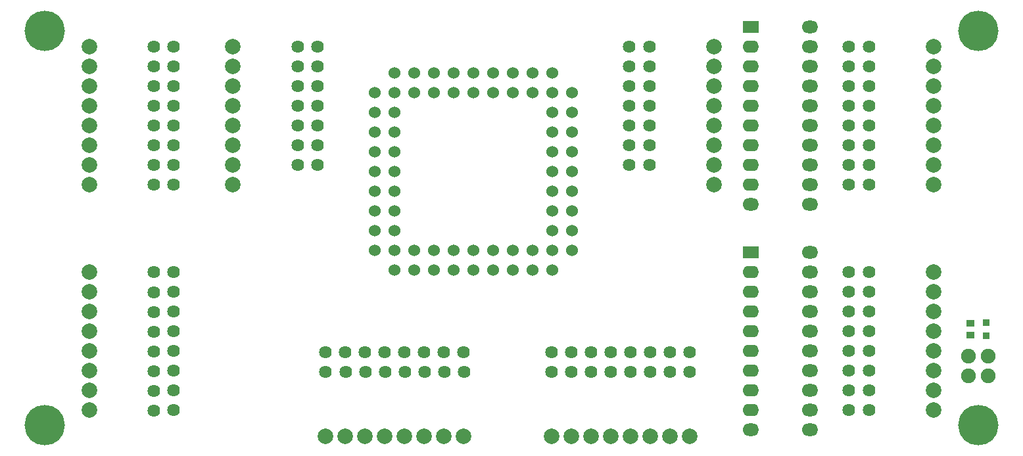
<source format=gts>
G04 Layer: TopSolderMaskLayer*
G04 Panelize: , Column: 2, Row: 2, Board Size: 127.89mm x 58.42mm, Panelized Board Size: 257.78mm x 118.84mm*
G04 EasyEDA v6.5.34, 2023-09-01 23:34:49*
G04 d2f9a346f3944a8da2a00f25f54837ea,5a6b42c53f6a479593ecc07194224c93,10*
G04 Gerber Generator version 0.2*
G04 Scale: 100 percent, Rotated: No, Reflected: No *
G04 Dimensions in millimeters *
G04 leading zeros omitted , absolute positions ,4 integer and 5 decimal *
%FSLAX45Y45*%
%MOMM*%

%AMMACRO1*1,1,$1,$2,$3*1,1,$1,$4,$5*1,1,$1,0-$2,0-$3*1,1,$1,0-$4,0-$5*20,1,$1,$2,$3,$4,$5,0*20,1,$1,$4,$5,0-$2,0-$3,0*20,1,$1,0-$2,0-$3,0-$4,0-$5,0*20,1,$1,0-$4,0-$5,$2,$3,0*4,1,4,$2,$3,$4,$5,0-$2,0-$3,0-$4,0-$5,$2,$3,0*%
%ADD10MACRO1,0.1016X0.432X-0.4032X-0.432X-0.4032*%
%ADD11MACRO1,0.1016X0.432X0.4032X-0.432X0.4032*%
%ADD12MACRO1,0.1016X-0.4X0.4X0.4X0.4*%
%ADD13O,2.1015960000000002X1.6015970000000002*%
%ADD14MACRO1,0.1016X-1X0.75X1X0.75*%
%ADD15O,2.1015960000000002X1.6256000000000002*%
%ADD16C,1.5240*%
%ADD17C,5.2032*%
%ADD18C,1.6256*%
%ADD19C,2.0016*%
%ADD20C,1.9016*%
%ADD21C,0.0114*%

%LPD*%
D10*
G01*
X12306274Y1688222D03*
D11*
G01*
X12306274Y1537572D03*
D12*
G01*
X12509474Y1527807D03*
G01*
X12509474Y1697987D03*
D13*
G01*
X9474174Y3479800D03*
G01*
X9474174Y3733800D03*
G01*
X9474174Y3987800D03*
G01*
X9474174Y4241800D03*
G01*
X9474174Y4495800D03*
G01*
X9474174Y4749800D03*
G01*
X9474174Y5003800D03*
G01*
X9474174Y5257800D03*
D14*
G01*
X9474179Y5511792D03*
D15*
G01*
X9474174Y3225800D03*
G01*
X10236174Y3225800D03*
G01*
X10236174Y3479800D03*
G01*
X10236174Y3733800D03*
G01*
X10236174Y3987800D03*
G01*
X10236174Y4241800D03*
G01*
X10236174Y4495800D03*
G01*
X10236174Y4749800D03*
G01*
X10236174Y5003800D03*
G01*
X10236174Y5257800D03*
G01*
X10236174Y5511800D03*
D13*
G01*
X9474174Y571500D03*
G01*
X9474174Y825500D03*
G01*
X9474174Y1079500D03*
G01*
X9474174Y1333500D03*
G01*
X9474174Y1587500D03*
G01*
X9474174Y1841500D03*
G01*
X9474174Y2095500D03*
G01*
X9474174Y2349500D03*
D14*
G01*
X9474179Y2603497D03*
D15*
G01*
X9474174Y317500D03*
G01*
X10236174Y317500D03*
G01*
X10236174Y571500D03*
G01*
X10236174Y825500D03*
G01*
X10236174Y1079500D03*
G01*
X10236174Y1333500D03*
G01*
X10236174Y1587500D03*
G01*
X10236174Y1841500D03*
G01*
X10236174Y2095500D03*
G01*
X10236174Y2349500D03*
G01*
X10236174Y2603500D03*
D16*
G01*
X4889500Y2374900D03*
G01*
X5143500Y2374900D03*
G01*
X5397500Y2374900D03*
G01*
X5651500Y2374900D03*
G01*
X5905500Y2374900D03*
G01*
X6159500Y2374900D03*
G01*
X6413500Y2374900D03*
G01*
X6667500Y2374900D03*
G01*
X6921500Y2374900D03*
G01*
X4635500Y2628900D03*
G01*
X4635500Y2882900D03*
G01*
X4635500Y3136900D03*
G01*
X4635500Y3390900D03*
G01*
X4635500Y3644900D03*
G01*
X4635500Y3898900D03*
G01*
X4635500Y4152900D03*
G01*
X4635500Y4406900D03*
G01*
X4635500Y4660900D03*
G01*
X4889500Y4914900D03*
G01*
X5143500Y4914900D03*
G01*
X5397500Y4914900D03*
G01*
X5651500Y4914900D03*
G01*
X5905500Y4914900D03*
G01*
X6159500Y4914900D03*
G01*
X6413500Y4914900D03*
G01*
X6667500Y4914900D03*
G01*
X6921500Y4914900D03*
G01*
X7175500Y4660900D03*
G01*
X7175500Y4406900D03*
G01*
X7175500Y4152900D03*
G01*
X7175500Y3898900D03*
G01*
X7175500Y3644900D03*
G01*
X7175500Y3390900D03*
G01*
X7175500Y3136900D03*
G01*
X7175500Y2882900D03*
G01*
X7175500Y2628900D03*
G01*
X4889500Y4660900D03*
G01*
X5143500Y4660900D03*
G01*
X5397500Y4660900D03*
G01*
X5651500Y4660900D03*
G01*
X5905500Y4660900D03*
G01*
X6159500Y4660900D03*
G01*
X6413500Y4660900D03*
G01*
X6667500Y4660900D03*
G01*
X6921500Y4660900D03*
G01*
X4889500Y4406900D03*
G01*
X4889500Y4152900D03*
G01*
X4889500Y3898900D03*
G01*
X4889500Y3644900D03*
G01*
X4889500Y3390900D03*
G01*
X4889500Y3136900D03*
G01*
X4889500Y2882900D03*
G01*
X4889500Y2628900D03*
G01*
X5143500Y2628900D03*
G01*
X5397500Y2628900D03*
G01*
X5651500Y2628900D03*
G01*
X5905500Y2628900D03*
G01*
X6159500Y2628900D03*
G01*
X6413500Y2628900D03*
G01*
X6667500Y2628900D03*
G01*
X6921500Y2628900D03*
G01*
X6921500Y2882900D03*
G01*
X6921500Y3136900D03*
G01*
X6921500Y3390900D03*
G01*
X6921500Y3644900D03*
G01*
X6921500Y3898900D03*
G01*
X6921500Y4152900D03*
G01*
X6921500Y4406900D03*
D17*
G01*
X381000Y5461000D03*
D18*
G01*
X2044674Y5255920D03*
G01*
X2044674Y4493920D03*
G01*
X1790674Y4491126D03*
G01*
X2044674Y4747920D03*
G01*
X1790674Y4745126D03*
G01*
X1790674Y3475126D03*
G01*
X2044674Y3477920D03*
G01*
X2044674Y3985920D03*
G01*
X1790674Y3983126D03*
G01*
X2044674Y4239920D03*
G01*
X1790674Y4237126D03*
G01*
X1790674Y4999126D03*
G01*
X2044674Y5001920D03*
G01*
X1790674Y3729126D03*
G01*
X2044674Y3731920D03*
G01*
X1787880Y5255920D03*
G01*
X1787905Y2347620D03*
G01*
X2044700Y823620D03*
G01*
X1790700Y820826D03*
G01*
X2044700Y2093620D03*
G01*
X1790700Y2090826D03*
G01*
X1790700Y1328826D03*
G01*
X2044700Y1331620D03*
G01*
X1790700Y1074826D03*
G01*
X2044700Y1077620D03*
G01*
X2044700Y569620D03*
G01*
X1790700Y566826D03*
G01*
X1790700Y1836826D03*
G01*
X2044700Y1839620D03*
G01*
X1790700Y1582826D03*
G01*
X2044700Y1585620D03*
G01*
X2044700Y2347620D03*
D19*
G01*
X956081Y3477920D03*
G01*
X956081Y3731920D03*
G01*
X956081Y3985920D03*
G01*
X956081Y4239920D03*
G01*
X956081Y4493920D03*
G01*
X956081Y4747920D03*
G01*
X956081Y5001920D03*
G01*
X956081Y5255920D03*
G01*
X956106Y2347620D03*
G01*
X956106Y2093620D03*
G01*
X956106Y1839620D03*
G01*
X956106Y1585620D03*
G01*
X956106Y1331620D03*
G01*
X956106Y1077620D03*
G01*
X956106Y823620D03*
G01*
X956106Y569620D03*
D18*
G01*
X10741431Y2347595D03*
G01*
X10998250Y2347595D03*
G01*
X10998250Y2093595D03*
G01*
X10741431Y2093595D03*
G01*
X10741431Y1839595D03*
G01*
X10998250Y1839595D03*
G01*
X10998250Y1585595D03*
G01*
X10741431Y1585595D03*
G01*
X10998250Y1331595D03*
G01*
X10741431Y1331595D03*
G01*
X10998250Y1077595D03*
G01*
X10741431Y1077595D03*
G01*
X10998250Y823595D03*
G01*
X10741431Y823595D03*
G01*
X10998250Y569595D03*
G01*
X10741431Y569595D03*
G01*
X10741406Y3477895D03*
G01*
X10998225Y3477895D03*
G01*
X10741406Y3731895D03*
G01*
X10998225Y3731895D03*
G01*
X10741406Y3985895D03*
G01*
X10998225Y3985895D03*
G01*
X10741406Y4239895D03*
G01*
X10998225Y4239895D03*
G01*
X10741406Y4493895D03*
G01*
X10998225Y4493895D03*
G01*
X10998225Y4747895D03*
G01*
X10741406Y4747895D03*
G01*
X10741406Y5001895D03*
G01*
X10998225Y5001895D03*
G01*
X10998225Y5255895D03*
G01*
X10741406Y5255895D03*
D19*
G01*
X11829999Y5255895D03*
G01*
X11829999Y5001895D03*
G01*
X11829999Y4747895D03*
G01*
X11829999Y4493895D03*
G01*
X11829999Y4239895D03*
G01*
X11829999Y3985895D03*
G01*
X11829999Y3731895D03*
G01*
X11829999Y3477895D03*
G01*
X11830024Y569595D03*
G01*
X11830024Y823595D03*
G01*
X11830024Y1077595D03*
G01*
X11830024Y1331595D03*
G01*
X11830024Y1585595D03*
G01*
X11830024Y1839595D03*
G01*
X11830024Y2093595D03*
G01*
X11830024Y2347595D03*
D17*
G01*
X12405106Y5461000D03*
G01*
X12405106Y381000D03*
G01*
X381000Y381000D03*
D20*
G01*
X12532106Y1016000D03*
G01*
X12278106Y1016000D03*
G01*
X12278106Y1270000D03*
G01*
X12532106Y1270000D03*
D19*
G01*
X8686800Y232232D03*
G01*
X8432800Y232232D03*
G01*
X8178800Y232232D03*
G01*
X7924800Y232232D03*
G01*
X7670800Y232232D03*
G01*
X7416800Y232232D03*
G01*
X7162800Y232232D03*
G01*
X6908800Y232232D03*
G01*
X4000500Y232206D03*
G01*
X4254500Y232206D03*
G01*
X4508500Y232206D03*
G01*
X4762500Y232206D03*
G01*
X5016500Y232206D03*
G01*
X5270500Y232206D03*
G01*
X5524500Y232206D03*
G01*
X5778500Y232206D03*
D18*
G01*
X6908800Y1320825D03*
G01*
X7670800Y1320825D03*
G01*
X7673593Y1066825D03*
G01*
X7416800Y1320825D03*
G01*
X7419593Y1066825D03*
G01*
X8689593Y1066825D03*
G01*
X8686800Y1320825D03*
G01*
X8178800Y1320825D03*
G01*
X8181593Y1066825D03*
G01*
X7924800Y1320825D03*
G01*
X7927593Y1066825D03*
G01*
X7165593Y1066825D03*
G01*
X7162800Y1320825D03*
G01*
X8435593Y1066825D03*
G01*
X8432800Y1320825D03*
G01*
X6908800Y1064031D03*
G01*
X4000500Y1064005D03*
G01*
X5524500Y1320800D03*
G01*
X5527293Y1066800D03*
G01*
X4254500Y1320800D03*
G01*
X4257293Y1066800D03*
G01*
X5019293Y1066800D03*
G01*
X5016500Y1320800D03*
G01*
X5273293Y1066800D03*
G01*
X5270500Y1320800D03*
G01*
X5778500Y1320800D03*
G01*
X5781293Y1066800D03*
G01*
X4511293Y1066800D03*
G01*
X4508500Y1320800D03*
G01*
X4765293Y1066800D03*
G01*
X4762500Y1320800D03*
G01*
X4000500Y1320800D03*
D19*
G01*
X2807487Y5255920D03*
G01*
X2807487Y5001920D03*
G01*
X2807487Y4747920D03*
G01*
X2807487Y4493920D03*
G01*
X2807487Y4239920D03*
G01*
X2807487Y3985920D03*
G01*
X2807487Y3731920D03*
G01*
X2807487Y3477920D03*
D18*
G01*
X3639261Y5255920D03*
G01*
X3896080Y3731920D03*
G01*
X3642080Y3729126D03*
G01*
X3896080Y5001920D03*
G01*
X3642080Y4999126D03*
G01*
X3642080Y4237126D03*
G01*
X3896080Y4239920D03*
G01*
X3642080Y3983126D03*
G01*
X3896080Y3985920D03*
G01*
X3642080Y4745126D03*
G01*
X3896080Y4747920D03*
G01*
X3642080Y4491126D03*
G01*
X3896080Y4493920D03*
G01*
X3896080Y5255920D03*
G01*
X7912684Y3731895D03*
G01*
X8169503Y3731869D03*
G01*
X7912684Y3985895D03*
G01*
X8169503Y3985869D03*
G01*
X7912684Y4239895D03*
G01*
X8169503Y4239869D03*
G01*
X7912684Y4493895D03*
G01*
X8169503Y4493869D03*
G01*
X8169503Y4747869D03*
G01*
X7912684Y4747895D03*
G01*
X7912684Y5001895D03*
G01*
X8169503Y5001869D03*
G01*
X8169503Y5255869D03*
G01*
X7912684Y5255895D03*
D19*
G01*
X9001277Y5255895D03*
G01*
X9001277Y5001895D03*
G01*
X9001277Y4747895D03*
G01*
X9001277Y4493895D03*
G01*
X9001277Y4239895D03*
G01*
X9001277Y3985895D03*
G01*
X9001277Y3731895D03*
G01*
X9001277Y3477895D03*
M02*

</source>
